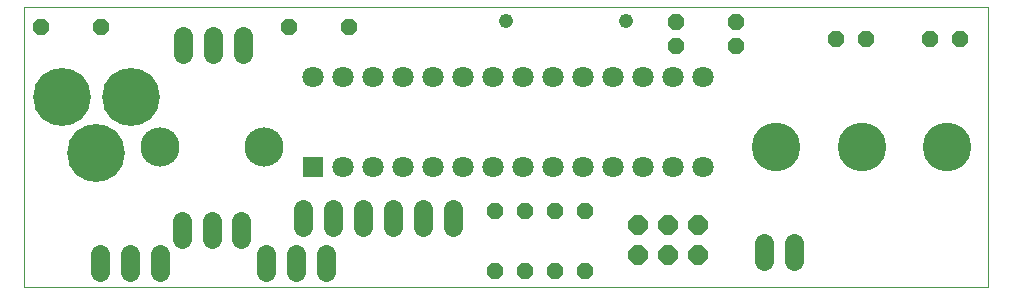
<source format=gts>
G75*
%MOIN*%
%OFA0B0*%
%FSLAX24Y24*%
%IPPOS*%
%LPD*%
%AMOC8*
5,1,8,0,0,1.08239X$1,22.5*
%
%ADD10C,0.0000*%
%ADD11R,0.0709X0.0709*%
%ADD12C,0.0709*%
%ADD13C,0.1930*%
%ADD14C,0.1306*%
%ADD15C,0.0634*%
%ADD16C,0.1621*%
%ADD17C,0.0640*%
%ADD18OC8,0.0560*%
%ADD19C,0.0476*%
%ADD20OC8,0.0640*%
D10*
X001936Y000937D02*
X001936Y010268D01*
X034082Y010268D01*
X034082Y000937D01*
X001936Y000937D01*
D11*
X011578Y004949D03*
D12*
X012578Y004949D03*
X013578Y004949D03*
X014578Y004949D03*
X015578Y004949D03*
X016578Y004949D03*
X017578Y004949D03*
X018578Y004949D03*
X019578Y004949D03*
X020578Y004949D03*
X021578Y004949D03*
X022578Y004949D03*
X023578Y004949D03*
X024578Y004949D03*
X024578Y007949D03*
X023578Y007949D03*
X022578Y007949D03*
X021578Y007949D03*
X020578Y007949D03*
X019578Y007949D03*
X018578Y007949D03*
X017578Y007949D03*
X016578Y007949D03*
X015578Y007949D03*
X014578Y007949D03*
X013578Y007949D03*
X012578Y007949D03*
X011578Y007949D03*
D13*
X005515Y007256D03*
X003192Y007256D03*
X004334Y005406D03*
D14*
X006464Y005603D03*
X009928Y005603D03*
D15*
X009180Y003144D02*
X009180Y002550D01*
X008196Y002550D02*
X008196Y003144D01*
X007212Y003144D02*
X007212Y002550D01*
D16*
X027015Y005603D03*
X029849Y005603D03*
X032684Y005603D03*
D17*
X027604Y002407D02*
X027604Y001807D01*
X026604Y001807D02*
X026604Y002407D01*
X016247Y002946D02*
X016247Y003546D01*
X015247Y003546D02*
X015247Y002946D01*
X014247Y002946D02*
X014247Y003546D01*
X013247Y003546D02*
X013247Y002946D01*
X012247Y002946D02*
X012247Y003546D01*
X011247Y003546D02*
X011247Y002946D01*
X010991Y002025D02*
X010991Y001425D01*
X009991Y001425D02*
X009991Y002025D01*
X011991Y002025D02*
X011991Y001425D01*
X006479Y001425D02*
X006479Y002025D01*
X005479Y002025D02*
X005479Y001425D01*
X004479Y001425D02*
X004479Y002025D01*
X007235Y008693D02*
X007235Y009293D01*
X008235Y009293D02*
X008235Y008693D01*
X009235Y008693D02*
X009235Y009293D01*
D18*
X010779Y009599D03*
X012779Y009599D03*
X004511Y009599D03*
X002511Y009599D03*
X017617Y003474D03*
X018617Y003474D03*
X019617Y003474D03*
X020617Y003474D03*
X020617Y001474D03*
X019617Y001474D03*
X018617Y001474D03*
X017617Y001474D03*
X023653Y008969D03*
X025653Y008969D03*
X025653Y009756D03*
X023653Y009756D03*
X028995Y009205D03*
X029995Y009205D03*
X032145Y009205D03*
X033145Y009205D03*
D19*
X022002Y009796D03*
X018002Y009796D03*
D20*
X022393Y003012D03*
X023393Y003012D03*
X024393Y003012D03*
X024393Y002012D03*
X023393Y002012D03*
X022393Y002012D03*
M02*

</source>
